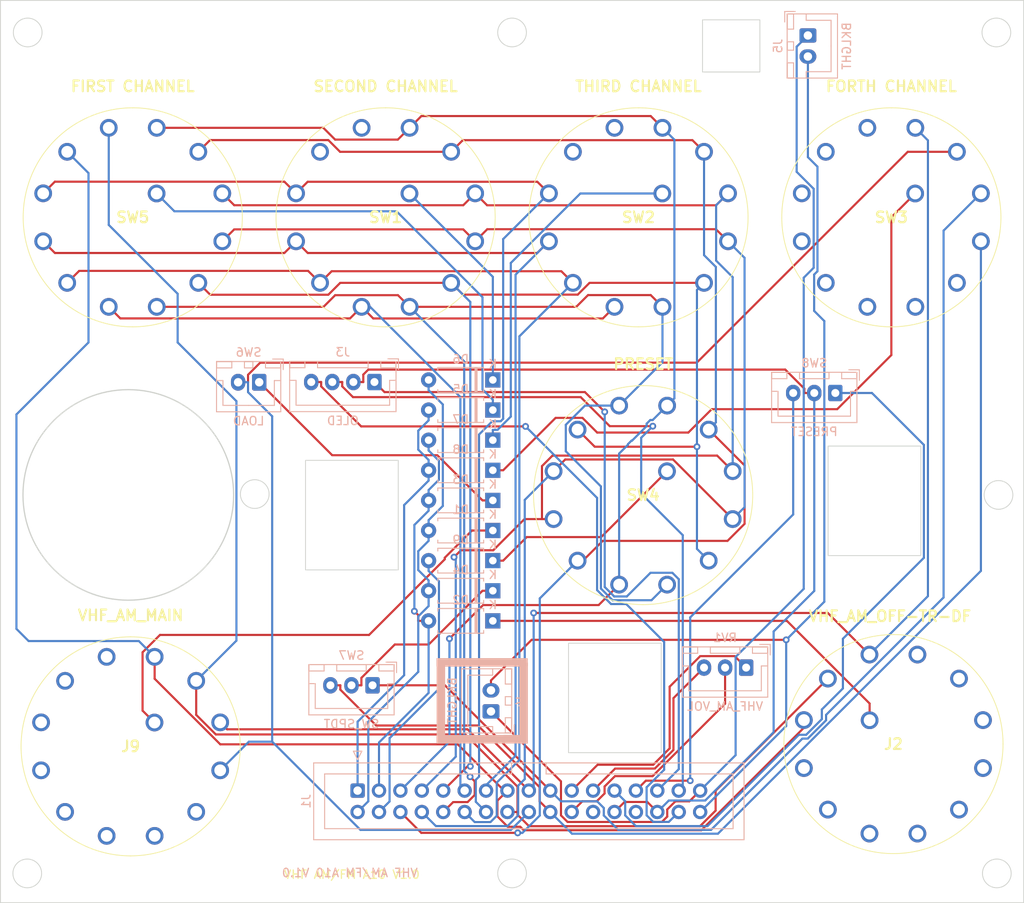
<source format=kicad_pcb>
(kicad_pcb (version 20240108) (generator "pcbnew") (generator_version "8.0")
  (layers (0 "F.Cu" signal) (31 "B.Cu" signal) (34 "B.Paste" user) (35 "F.Paste" user) (36 "B.SilkS" user "B.Silkscreen") (37 "F.SilkS" user "F.Silkscreen") (38 "B.Mask" user) (39 "F.Mask" user) (44 "Edge.Cuts" user))
  (net 0 "")
  (net 1 "Net-(D1-K)")
  (net 2 "COL0")
  (net 3 "Net-(D2-K)")
  (net 4 "Net-(D3-K)")
  (net 5 "Net-(D4-K)")
  (net 6 "COL1")
  (net 7 "Net-(D9-K)")
  (net 8 "VHF_AM_OLED_SC")
  (net 9 "VHF_AM_OLED_SD")
  (net 10 "+5V")
  (net 11 "COL2")
  (net 12 "GND")
  (net 13 "COL3")
  (net 14 "ROW0")
  (net 15 "ROW1")
  (net 16 "VHF_AM_PRESET_B")
  (net 17 "ROW15")
  (net 18 "ROW14")
  (net 19 "ROW5")
  (net 20 "Net-(D5-K)")
  (net 22 "ROW8")
  (net 23 "ROW2")
  (net 24 "Net-(D6-K)")
  (net 25 "ROW12")
  (net 26 "Net-(D7-K)")
  (net 27 "Net-(D8-K)")
  (net 28 "ROW9")
  (net 29 "VHF_AM_VOL")
  (net 31 "ROW4")
  (net 33 "ROW11")
  (net 34 "ANALOG_5V")
  (net 35 "ROW13")
  (net 39 "BACKLIGHT_-V")
  (net 40 "ROW6")
  (net 46 "ROW3")
  (net 49 "ROW10")
  (net 50 "ROW7")
  (net 51 "+12V")
  (net 54 "ANALOG_GND")
  (net 55 "VHF_AM_PRESET_A")
  (footprint "Footprint Library:ALPHA 12 POS" (layer "F.Cu") (at 170.503 134.503 90)
    (property "Reference" "J2")
    (property "Value" "VHF_AM_OFF-TR-DF")
  )
  (footprint "Footprint Library:ALPHA 12 POS" (layer "F.Cu") (at 132.475 58.5)
    (property "Reference" "SW2")
    (property "Value" "THIRD CHANNEL")
  )
  (footprint "Footprint Library:ALPHA 12 POS" (layer "F.Cu") (at 72.225 121.3)
    (property "Reference" "J9")
    (property "Value" "VHF_AM_MAIN")
  )
  (footprint "Footprint Library:ALPHA 12 POS" (layer "F.Cu") (at 72.475 58.5)
    (property "Reference" "SW5")
    (property "Value" "FIRST CHANNEL")
  )
  (footprint "Footprint Library:ALPHA 12 POS" (layer "F.Cu") (at 162.475 58.5)
    (property "Reference" "SW3")
    (property "Value" "FORTH CHANNEL")
  )
  (footprint "Footprint Library:ALPHA 12 POS" (layer "F.Cu") (at 102.475 58.5)
    (property "Reference" "SW1")
    (property "Value" "SECOND CHANNEL")
  )
  (footprint "Footprint Library:ALPHA 12 POS" (layer "F.Cu") (at 133.028 91.475)
    (property "Reference" "SW4")
    (property "Value" "PRESET")
  )
  (footprint "Diode_THT:D_A-405_P7.62mm_Horizontal" (layer "B.Cu") (at 125.82 80.65 180)
    (property "Reference" "D6")
    (property "Value" "D")
  )
  (footprint "Connector_JST:JST_XH_B2B-XH-A_1x02_P2.50mm_Vertical" (layer "B.Cu") (at 163.2 39.76 -90)
    (property "Reference" "J5")
    (property "Value" "BKLGHT")
  )
  (footprint "Connector_JST:JST_XH_B3B-XH-A_1x03_P2.50mm_Vertical" (layer "B.Cu") (at 155.875 114.8 180)
    (property "Reference" "RV1")
    (property "Value" "VHF_AM_VOL")
  )
  (footprint "Diode_THT:D_A-405_P7.62mm_Horizontal" (layer "B.Cu") (at 125.82 105.675 180)
    (property "Reference" "D4")
    (property "Value" "D")
  )
  (footprint "Diode_THT:D_A-405_P7.62mm_Horizontal" (layer "B.Cu") (at 125.82 87.8 180)
    (property "Reference" "D7")
    (property "Value" "D")
  )
  (footprint "Diode_THT:D_A-405_P7.62mm_Horizontal" (layer "B.Cu") (at 125.82 102.1 180)
    (property "Reference" "D9")
    (property "Value" "D")
  )
  (footprint "Connector_JST:JST_XH_B3B-XH-A_1x03_P2.50mm_Vertical" (layer "B.Cu") (at 166.455 82.2 180)
    (property "Reference" "SW8")
    (property "Value" "PRESET")
  )
  (footprint "Connector_JST:JST_XH_B4B-XH-A_1x04_P2.50mm_Vertical" (layer "B.Cu") (at 111.775 80.9 180)
    (property "Reference" "J3")
    (property "Value" "OLED")
  )
  (footprint "Diode_THT:D_A-405_P7.62mm_Horizontal" (layer "B.Cu") (at 125.82 109.25 180)
    (property "Reference" "D2")
    (property "Value" "D")
  )
  (footprint "Connector_JST:JST_XH_B2B-XH-A_1x02_P2.50mm_Vertical" (layer "B.Cu") (at 125.6 120 90)
    (property "Reference" "J4")
    (property "Value" "BKLGHT")
  )
  (footprint "Diode_THT:D_A-405_P7.62mm_Horizontal" (layer "B.Cu") (at 125.82 91.375 180)
    (property "Reference" "D8")
    (property "Value" "D")
  )
  (footprint "Diode_THT:D_A-405_P7.62mm_Horizontal" (layer "B.Cu") (at 125.82 98.525 180)
    (property "Reference" "D1")
    (property "Value" "D")
  )
  (footprint "Diode_THT:D_A-405_P7.62mm_Horizontal" (layer "B.Cu") (at 125.82 84.225 180)
    (property "Reference" "D5")
    (property "Value" "D")
  )
  (footprint "Diode_THT:D_A-405_P7.62mm_Horizontal" (layer "B.Cu") (at 125.82 94.95 180)
    (property "Reference" "D3")
    (property "Value" "D")
  )
  (footprint "Connector_JST:JST_XH_B3B-XH-A_1x03_P2.50mm_Vertical" (layer "B.Cu") (at 111.55 116.9 180)
    (property "Reference" "SW7")
    (property "Value" "SW_SPDT")
  )
  (footprint "Connector_IDC:IDC-Header_2x17_P2.54mm_Vertical" (layer "B.Cu") (at 109.775 129.4 -90)
    (property "Reference" "J1")
    (property "Value" "VHF_AM")
  )
  (footprint "Connector_JST:JST_XH_B2B-XH-A_1x02_P2.50mm_Vertical" (layer "B.Cu") (at 98.1 80.925 180)
    (property "Reference" "SW6")
    (property "Value" "LOAD")
  )
  (gr_rect (start 119.2073 113.75) (end 129.8927 114.61) (stroke (width 0.15)) (fill solid) (layer "B.SilkS"))
  (gr_rect (start 119.2146 122.87) (end 129.05 123.73) (stroke (width 0.15)) (fill solid) (layer "B.SilkS"))
  (gr_rect (start 119.226949 113.915) (end 120.086949 123.715) (stroke (width 0.15)) (fill solid) (layer "B.SilkS"))
  (gr_rect (start 129.045 114.27) (end 129.905 123.76) (stroke (width 0.15)) (fill solid) (layer "B.SilkS"))
  (gr_circle (center 185.563058 39.403884) (end 187.266942 39.403884) (stroke (width 0.1)) (fill none) (layer "Edge.Cuts"))
  (gr_circle (center 128.1 39.403884) (end 129.803884 39.403884) (stroke (width 0.1)) (fill none) (layer "Edge.Cuts"))
  (gr_circle (center 82.571399 94.3) (end 95.067798 94.3) (stroke (width 0.15)) (fill none) (layer "Edge.Cuts"))
  (gr_circle (center 185.615 139.23) (end 187.318884 139.23) (stroke (width 0.1)) (fill none) (layer "Edge.Cuts"))
  (gr_rect (start 67.4 35.6) (end 188.8 142.7) (stroke (width 0.1)) (fill none) (layer "Edge.Cuts"))
  (gr_rect (start 103.6 90.2) (end 114.6 103.2) (stroke (width 0.1)) (fill none) (layer "Edge.Cuts"))
  (gr_circle (center 97.575 94.2) (end 99.278884 94.2) (stroke (width 0.1)) (fill none) (layer "Edge.Cuts"))
  (gr_circle (center 70.636942 39.403884) (end 72.340826 39.403884) (stroke (width 0.1)) (fill none) (layer "Edge.Cuts"))
  (gr_rect (start 134.8 111.9) (end 145.8 124.9) (stroke (width 0.1)) (fill none) (layer "Edge.Cuts"))
  (gr_circle (center 70.585 139.23) (end 72.288884 139.23) (stroke (width 0.1)) (fill none) (layer "Edge.Cuts"))
  (gr_circle (center 185.813058 94.3) (end 187.516942 94.3) (stroke (width 0.1)) (fill none) (layer "Edge.Cuts"))
  (gr_rect (start 165.6 88.5) (end 176.6 101.5) (stroke (width 0.1)) (fill none) (layer "Edge.Cuts"))
  (gr_circle (center 128.1 139.23) (end 129.803884 139.23) (stroke (width 0.1)) (fill none) (layer "Edge.Cuts"))
  (gr_rect (start 150.7 37.9) (end 157.5 44.1) (stroke (width 0.1)) (fill none) (layer "Edge.Cuts"))
  (gr_text "VHF AM/FM A10 V1.0" (at 117 139.75 -0) (layer "B.SilkS") (effects (font (size 1 1)) (justify left bottom mirror)))
  (gr_text "VHF AM/FM A10 V1.0" (at 100.95 139.95 0) (layer "F.SilkS") (effects (font (size 1 1)) (justify left bottom)))
  (segment (start 84.264 119.905) (end 85.678 121.319) (width 0.25) (layer "F.Cu") (net 1))
  (segment (start 120.1178 101.7563) (end 120.1178 101.9392) (width 0.25) (layer "F.Cu") (net 1))
  (segment (start 86.3277 110.9214) (end 84.264 112.9851) (width 0.25) (layer "F.Cu") (net 1))
  (segment (start 120.1178 101.9392) (end 111.1356 110.9214) (width 0.25) (layer "F.Cu") (net 1))
  (segment (start 84.264 112.9851) (end 84.264 119.905) (width 0.25) (layer "F.Cu") (net 1))
  (segment (start 125.82 98.525) (end 123.3491 98.525) (width 0.25) (layer "F.Cu") (net 1))
  (segment (start 123.3491 98.525) (end 120.1178 101.7563) (width 0.25) (layer "F.Cu") (net 1))
  (segment (start 111.1356 110.9214) (end 86.3277 110.9214) (width 0.25) (layer "F.Cu") (net 1))
  (segment (start 109.775 121.2232) (end 115.2979 115.7003) (width 0.25) (layer "B.Cu") (net 2))
  (segment (start 118.2 91.375) (end 118.2 90.1483) (width 0.25) (layer "B.Cu") (net 2))
  (segment (start 115.2979 115.7003) (end 115.2979 95.5038) (width 0.25) (layer "B.Cu") (net 2))
  (segment (start 118.2 84.225) (end 118.2 85.4517) (width 0.25) (layer "B.Cu") (net 2))
  (segment (start 118.2 85.4517) (end 116.9733 86.6784) (width 0.25) (layer "B.Cu") (net 2))
  (segment (start 115.2979 95.5038) (end 118.2 92.6017) (width 0.25) (layer "B.Cu") (net 2))
  (segment (start 118.2 91.375) (end 118.2 92.6017) (width 0.25) (layer "B.Cu") (net 2))
  (segment (start 116.9733 86.6784) (end 116.9733 88.9216) (width 0.25) (layer "B.Cu") (net 2))
  (segment (start 109.775 129.4) (end 109.775 121.2232) (width 0.25) (layer "B.Cu") (net 2))
  (segment (start 116.9733 88.9216) (end 118.2 90.1483) (width 0.25) (layer "B.Cu") (net 2))
  (segment (start 125.82 109.25) (end 160.708 109.25) (width 0.25) (layer "F.Cu") (net 3))
  (segment (start 160.708 109.25) (end 170.522 119.064) (width 0.25) (layer "F.Cu") (net 3))
  (segment (start 170.522 119.064) (end 170.522 121.05) (width 0.25) (layer "F.Cu") (net 3))
  (segment (start 98.1 80.925) (end 106.7652 89.5902) (width 0.25) (layer "F.Cu") (net 4))
  (segment (start 125.82 94.95) (end 124.5933 94.95) (width 0.25) (layer "F.Cu") (net 4))
  (segment (start 106.7652 89.5902) (end 119.2335 89.5902) (width 0.25) (layer "F.Cu") (net 4))
  (segment (start 119.2335 89.5902) (end 124.5933 94.95) (width 0.25) (layer "F.Cu") (net 4))
  (segment (start 125.82 105.675) (end 124.5933 105.675) (width 0.25) (layer "F.Cu") (net 5))
  (segment (start 110.2267 116.0175) (end 110.2267 116.9) (width 0.25) (layer "F.Cu") (net 5))
  (segment (start 124.5933 105.675) (end 118.2111 112.0572) (width 0.25) (layer "F.Cu") (net 5))
  (segment (start 114.187 112.0572) (end 110.2267 116.0175) (width 0.25) (layer "F.Cu") (net 5))
  (segment (start 118.2111 112.0572) (end 114.187 112.0572) (width 0.25) (layer "F.Cu") (net 5))
  (segment (start 109.05 116.9) (end 110.2267 116.9) (width 0.25) (layer "F.Cu") (net 5))
  (segment (start 118.2 99.1383) (end 118.2 99.7517) (width 0.25) (layer "B.Cu") (net 6))
  (segment (start 116.9733 100.9784) (end 116.9733 103.2216) (width 0.25) (layer "B.Cu") (net 6))
  (segment (start 118.2 105.675) (end 118.2 104.4483) (width 0.25) (layer "B.Cu") (net 6))
  (segment (start 111.0455 130.6695) (end 111.0455 121.2282) (width 0.25) (layer "B.Cu") (net 6))
  (segment (start 118.2 107.4941) (end 118.2 106.9017) (width 0.25) (layer "B.Cu") (net 6))
  (segment (start 119.8851 83.5618) (end 119.8851 95.6132) (width 0.25) (layer "B.Cu") (net 6))
  (segment (start 119.8851 95.6132) (end 118.2 97.2983) (width 0.25) (layer "B.Cu") (net 6))
  (segment (start 118.2 105.675) (end 118.2 106.9017) (width 0.25) (layer "B.Cu") (net 6))
  (segment (start 116.9733 103.2216) (end 118.2 104.4483) (width 0.25) (layer "B.Cu") (net 6))
  (segment (start 116.9733 115.3004) (end 116.9733 108.7208) (width 0.25) (layer "B.Cu") (net 6))
  (segment (start 116.9733 108.7208) (end 118.2 107.4941) (width 0.25) (layer "B.Cu") (net 6))
  (segment (start 118.2 81.8767) (end 119.8851 83.5618) (width 0.25) (layer "B.Cu") (net 6))
  (segment (start 118.2 99.7517) (end 116.9733 100.9784) (width 0.25) (layer "B.Cu") (net 6))
  (segment (start 118.2 80.65) (end 118.2 81.8767) (width 0.25) (layer "B.Cu") (net 6))
  (segment (start 118.2 99.1383) (end 118.2 98.525) (width 0.25) (layer "B.Cu") (net 6))
  (segment (start 109.775 131.94) (end 111.0455 130.6695) (width 0.25) (layer "B.Cu") (net 6))
  (segment (start 118.2 98.525) (end 118.2 97.2983) (width 0.25) (layer "B.Cu") (net 6))
  (segment (start 111.0455 121.2282) (end 116.9733 115.3004) (width 0.25) (layer "B.Cu") (net 6))
  (segment (start 125.82 102.1) (end 127.0467 102.1) (width 0.25) (layer "F.Cu") (net 7))
  (segment (start 127.0467 102.1) (end 129.8417 99.305) (width 0.25) (layer "F.Cu") (net 7))
  (segment (start 129.8417 99.305) (end 138.67 99.305) (width 0.25) (layer "F.Cu") (net 7))
  (segment (start 138.67 99.305) (end 146.481 91.494) (width 0.25) (layer "F.Cu") (net 7))
  (segment (start 144.7962 86.1395) (end 139.6939 86.1395) (width 0.25) (layer "F.Cu") (net 8))
  (segment (start 107.9517 81.4148) (end 107.9517 80.9) (width 0.25) (layer "F.Cu") (net 8))
  (segment (start 106.775 80.9) (end 107.9517 80.9) (width 0.25) (layer "F.Cu") (net 8))
  (segment (start 139.6939 86.1395) (end 136.2486 82.6942) (width 0.25) (layer "F.Cu") (net 8))
  (segment (start 109.2311 82.6942) (end 107.9517 81.4148) (width 0.25) (layer "F.Cu") (net 8))
  (segment (start 136.2486 82.6942) (end 109.2311 82.6942) (width 0.25) (layer "F.Cu") (net 8))
  (via (at 144.7962 86.1395) (size 0.8) (drill 0.4) (layers "F.Cu" "B.Cu") (net 8))
  (segment (start 143.4231 87.5126) (end 144.7962 86.1395) (width 0.25) (layer "B.Cu") (net 8))
  (segment (start 148.3533 128.9217) (end 148.3533 99.0753) (width 0.25) (layer "B.Cu") (net 8))
  (segment (start 143.4231 94.1451) (end 143.4231 87.5126) (width 0.25) (layer "B.Cu") (net 8))
  (segment (start 147.875 129.4) (end 148.3533 128.9217) (width 0.25) (layer "B.Cu") (net 8))
  (segment (start 148.3533 99.0753) (end 143.4231 94.1451) (width 0.25) (layer "B.Cu") (net 8))
  (segment (start 105.4517 80.9) (end 105.4517 81.4148) (width 0.25) (layer "F.Cu") (net 9))
  (segment (start 104.275 80.9) (end 105.4517 80.9) (width 0.25) (layer "F.Cu") (net 9))
  (segment (start 105.4517 81.4148) (end 110.2049 86.168) (width 0.25) (layer "F.Cu") (net 9))
  (segment (start 110.2049 86.168) (end 129.7001 86.168) (width 0.25) (layer "F.Cu") (net 9))
  (via (at 129.7001 86.168) (size 0.8) (drill 0.4) (layers "F.Cu" "B.Cu") (net 9))
  (segment (start 144.065 129.0059) (end 146.1448 126.9261) (width 0.25) (layer "B.Cu") (net 9))
  (segment (start 141.6475 107.2553) (end 139.8449 107.2553) (width 0.25) (layer "B.Cu") (net 9))
  (segment (start 144.065 132.3342) (end 144.065 129.0059) (width 0.25) (layer "B.Cu") (net 9))
  (segment (start 138.1905 105.6009) (end 138.1905 94.6584) (width 0.25) (layer "B.Cu") (net 9))
  (segment (start 147.875 131.94) (end 146.6981 133.1169) (width 0.25) (layer "B.Cu") (net 9))
  (segment (start 139.8449 107.2553) (end 138.1905 105.6009) (width 0.25) (layer "B.Cu") (net 9))
  (segment (start 146.6981 133.1169) (end 144.8477 133.1169) (width 0.25) (layer "B.Cu") (net 9))
  (segment (start 144.8477 133.1169) (end 144.065 132.3342) (width 0.25) (layer "B.Cu") (net 9))
  (segment (start 138.1905 94.6584) (end 129.7001 86.168) (width 0.25) (layer "B.Cu") (net 9))
  (segment (start 146.1448 126.9261) (end 146.1448 111.7526) (width 0.25) (layer "B.Cu") (net 9))
  (segment (start 146.1448 111.7526) (end 141.6475 107.2553) (width 0.25) (layer "B.Cu") (net 9))
  (segment (start 136.747 82.0943) (end 139.0939 84.4412) (width 0.25) (layer "F.Cu") (net 10))
  (segment (start 111.775 80.9) (end 112.9693 82.0943) (width 0.25) (layer "F.Cu") (net 10))
  (segment (start 112.9693 82.0943) (end 136.747 82.0943) (width 0.25) (layer "F.Cu") (net 10))
  (via (at 139.0939 84.4412) (size 0.8) (drill 0.4) (layers "F.Cu" "B.Cu") (net 10))
  (segment (start 139.0939 105.2267) (end 139.0939 84.4412) (width 0.25) (layer "B.Cu") (net 10))
  (segment (start 147.8803 104.3025) (end 147.1204 103.5426) (width 0.25) (layer "B.Cu") (net 10))
  (segment (start 144.5245 103.5426) (end 141.7152 106.3519) (width 0.25) (layer "B.Cu") (net 10))
  (segment (start 147.8803 126.8547) (end 147.8803 104.3025) (width 0.25) (layer "B.Cu") (net 10))
  (segment (start 145.335 129.4) (end 147.8803 126.8547) (width 0.25) (layer "B.Cu") (net 10))
  (segment (start 140.2191 106.3519) (end 139.0939 105.2267) (width 0.25) (layer "B.Cu") (net 10))
  (segment (start 141.7152 106.3519) (end 140.2191 106.3519) (width 0.25) (layer "B.Cu") (net 10))
  (segment (start 147.1204 103.5426) (end 144.5245 103.5426) (width 0.25) (layer "B.Cu") (net 10))
  (segment (start 116.9733 109.25) (end 116.9733 108.5649) (width 0.25) (layer "F.Cu") (net 11))
  (segment (start 116.9733 108.5649) (end 116.5124 108.104) (width 0.25) (layer "F.Cu") (net 11))
  (segment (start 118.2 109.25) (end 116.9733 109.25) (width 0.25) (layer "F.Cu") (net 11))
  (via (at 116.5124 108.104) (size 0.8) (drill 0.4) (layers "F.Cu" "B.Cu") (net 11))
  (segment (start 118.2 94.3366) (end 118.2 93.7233) (width 0.25) (layer "B.Cu") (net 11))
  (segment (start 118.2 109.25) (end 118.2 117.8028) (width 0.25) (layer "B.Cu") (net 11))
  (segment (start 116.5124 97.8643) (end 116.5124 108.104) (width 0.25) (layer "B.Cu") (net 11))
  (segment (start 112.315 123.6878) (end 112.315 129.4) (width 0.25) (layer "B.Cu") (net 11))
  (segment (start 118.2 87.8) (end 118.2 89.0267) (width 0.25) (layer "B.Cu") (net 11))
  (segment (start 118.2 94.3366) (end 118.2 94.7903) (width 0.25) (layer "B.Cu") (net 11))
  (segment (start 118.2 96.1767) (end 116.5124 97.8643) (width 0.25) (layer "B.Cu") (net 11))
  (segment (start 118.2 93.7233) (end 119.4267 92.4966) (width 0.25) (layer "B.Cu") (net 11))
  (segment (start 119.4267 90.2534) (end 118.2 89.0267) (width 0.25) (layer "B.Cu") (net 11))
  (segment (start 118.2 94.95) (end 118.2 96.1767) (width 0.25) (layer "B.Cu") (net 11))
  (segment (start 119.4267 92.4966) (end 119.4267 90.2534) (width 0.25) (layer "B.Cu") (net 11))
  (segment (start 118.2 94.95) (end 118.2 94.7903) (width 0.25) (layer "B.Cu") (net 11))
  (segment (start 118.2 117.8028) (end 112.315 123.6878) (width 0.25) (layer "B.Cu") (net 11))
  (segment (start 163.955 82.2) (end 162.7783 82.2) (width 0.25) (layer "F.Cu") (net 12))
  (segment (start 110.4517 80.9) (end 110.4517 80.0175) (width 0.25) (layer "F.Cu") (net 12))
  (segment (start 109.275 80.9) (end 110.4517 80.9) (width 0.25) (layer "F.Cu") (net 12))
  (segment (start 111.0459 79.4233) (end 160.5164 79.4233) (width 0.25) (layer "F.Cu") (net 12))
  (segment (start 145.335 131.94) (end 144.1444 130.7494) (width 0.25) (layer "F.Cu") (net 12))
  (segment (start 162.7783 81.6852) (end 162.7783 82.2) (width 0.25) (layer "F.Cu") (net 12))
  (segment (start 160.5164 79.4233) (end 162.7783 81.6852) (width 0.25) (layer "F.Cu") (net 12))
  (segment (start 144.1444 130.7494) (end 141.4456 130.7494) (width 0.25) (layer "F.Cu") (net 12))
  (segment (start 110.4517 80.0175) (end 111.0459 79.4233) (width 0.25) (layer "F.Cu") (net 12))
  (segment (start 141.4456 130.7494) (end 140.255 131.94) (width 0.25) (layer "F.Cu") (net 12))
  (segment (start 163.955 82.2) (end 163.955 105.692) (width 0.25) (layer "B.Cu") (net 12))
  (segment (start 159.1343 122.4633) (end 151.0209 130.5767) (width 0.25) (layer "B.Cu") (net 12))
  (segment (start 159.1343 110.5127) (end 159.1343 122.4633) (width 0.25) (layer "B.Cu") (net 12))
  (segment (start 151.0209 130.5767) (end 146.6983 130.5767) (width 0.25) (layer "B.Cu") (net 12))
  (segment (start 146.6983 130.5767) (end 145.335 131.94) (width 0.25) (layer "B.Cu") (net 12))
  (segment (start 163.955 105.692) (end 159.1343 110.5127) (width 0.25) (layer "B.Cu") (net 12))
  (segment (start 113.5696 130.6854) (end 113.5696 123.1754) (width 0.25) (layer "B.Cu") (net 13))
  (segment (start 113.5696 123.1754) (end 119.4267 117.3183) (width 0.25) (layer "B.Cu") (net 13))
  (segment (start 112.315 131.94) (end 113.5696 130.6854) (width 0.25) (layer "B.Cu") (net 13))
  (segment (start 119.4267 117.3183) (end 119.4267 104.5534) (width 0.25) (layer "B.Cu") (net 13))
  (segment (start 118.2 102.1) (end 118.2 103.3267) (width 0.25) (layer "B.Cu") (net 13))
  (segment (start 119.4267 104.5534) (end 118.2 103.3267) (width 0.25) (layer "B.Cu") (net 13))
  (segment (start 107.111 52.1233) (end 114.5457 52.1233) (width 0.25) (layer "F.Cu") (net 14))
  (segment (start 85.947 50.722) (end 105.7097 50.722) (width 0.25) (layer "F.Cu") (net 14))
  (segment (start 117.3425 49.3265) (end 115.947 50.722) (width 0.25) (layer "F.Cu") (net 14))
  (segment (start 138.3745 107.3785) (end 124.6583 107.3785) (width 0.25) (layer "F.Cu") (net 14))
  (segment (start 114.5457 52.1233) (end 115.947 50.722) (width 0.25) (layer "F.Cu") (net 14))
  (segment (start 145.947 50.722) (end 144.5515 49.3265) (width 0.25) (layer "F.Cu") (net 14))
  (segment (start 105.7097 50.722) (end 107.111 52.1233) (width 0.25) (layer "F.Cu") (net 14))
  (segment (start 144.5515 49.3265) (end 117.3425 49.3265) (width 0.25) (layer "F.Cu") (net 14))
  (segment (start 140.806 104.947) (end 138.3745 107.3785) (width 0.25) (layer "F.Cu") (net 14))
  (segment (start 124.6583 107.3785) (end 120.6714 111.3654) (width 0.25) (layer "F.Cu") (net 14))
  (via (at 120.6714 111.3654) (size 0.8) (drill 0.4) (layers "F.Cu" "B.Cu") (net 14))
  (segment (start 144.7842 85.4128) (end 144.4953 85.4128) (width 0.25) (layer "B.Cu") (net 14))
  (segment (start 142.3477 87.8493) (end 142.2779 87.8493) (width 0.25) (layer "B.Cu") (net 14))
  (segment (start 144.0695 85.8386) (end 144.0695 86.1275) (width 0.25) (layer "B.Cu") (net 14))
  (segment (start 146.5 83.697) (end 144.7842 85.4128) (width 0.25) (layer "B.Cu") (net 14))
  (segment (start 120.6714 123.5836) (end 114.855 129.4) (width 0.25) (layer "B.Cu") (net 14))
  (segment (start 120.6714 111.3654) (end 120.6714 123.5836) (width 0.25) (layer "B.Cu") (net 14))
  (segment (start 142.2779 87.8493) (end 141.8521 88.2751) (width 0.25) (layer "B.Cu") (net 14))
  (segment (start 144.4953 85.4128) (end 144.0695 85.8386) (width 0.25) (layer "B.Cu") (net 14))
  (segment (start 141.8521 88.2751) (end 141.8521 88.3449) (width 0.25) (layer "B.Cu") (net 14))
  (segment (start 140.806 89.391) (end 140.806 104.947) (width 0.25) (layer "B.Cu") (net 14))
  (segment (start 144.0695 86.1275) (end 142.3477 87.8493) (width 0.25) (layer "B.Cu") (net 14))
  (segment (start 141.8521 88.3449) (end 140.806 89.391) (width 0.25) (layer "B.Cu") (net 14))
  (segment (start 147.3602 52.1352) (end 147.3602 82.8368) (width 0.25) (layer "B.Cu") (net 14))
  (segment (start 145.947 50.722) (end 147.3602 52.1352) (width 0.25) (layer "B.Cu") (net 14))
  (segment (start 147.3602 82.8368) (end 146.5 83.697) (width 0.25) (layer "B.Cu") (net 14))
  (segment (start 136.5138 102.1) (end 138.8586 99.7552) (width 0.25) (layer "F.Cu") (net 15))
  (segment (start 153.6622 99.7552) (end 155.6871 97.7303) (width 0.25) (layer "F.Cu") (net 15))
  (segment (start 149.4982 52.1892) (end 150.878 53.569) (width 0.25) (layer "F.Cu") (net 15))
  (segment (start 114.855 131.94) (end 117.3318 134.4168) (width 0.25) (layer "F.Cu") (net 15))
  (segment (start 138.8586 99.7552) (end 153.6622 99.7552) (width 0.25) (layer "F.Cu") (net 15))
  (segment (start 107.6927 53.569) (end 120.878 53.569) (width 0.25) (layer "F.Cu") (net 15))
  (segment (start 90.878 53.569) (end 92.2674 52.1796) (width 0.25) (layer "F.Cu") (net 15))
  (segment (start 155.6871 97.7303) (end 155.6871 90.8001) (width 0.25) (layer "F.Cu") (net 15))
  (segment (start 106.3033 52.1796) (end 107.6927 53.569) (width 0.25) (layer "F.Cu") (net 15))
  (segment (start 120.878 53.569) (end 122.2578 52.1892) (width 0.25) (layer "F.Cu") (net 15))
  (segment (start 155.6871 90.8001) (end 151.431 86.544) (width 0.25) (layer "F.Cu") (net 15))
  (segment (start 122.2578 52.1892) (end 149.4982 52.1892) (width 0.25) (layer "F.Cu") (net 15))
  (segment (start 117.3318 134.4168) (end 128.7708 134.4168) (width 0.25) (layer "F.Cu") (net 15))
  (segment (start 92.2674 52.1796) (end 106.3033 52.1796) (width 0.25) (layer "F.Cu") (net 15))
  (segment (start 135.875 102.1) (end 136.5138 102.1) (width 0.25) (layer "F.Cu") (net 15))
  (via (at 128.7708 134.4168) (size 0.8) (drill 0.4) (layers "F.Cu" "B.Cu") (net 15))
  (segment (start 151.431 86.544) (end 152.2801 85.6949) (width 0.25) (layer "B.Cu") (net 15))
  (segment (start 129.3299 134.4168) (end 131.39 132.3567) (width 0.25) (layer "B.Cu") (net 15))
  (segment (start 128.7708 134.4168) (end 129.3299 134.4168) (width 0.25) (layer "B.Cu") (net 15))
  (segment (start 131.39 106.585) (end 135.875 102.1) (width 0.25) (layer "B.Cu") (net 15))
  (segment (start 152.2801 85.6949) (end 152.2801 67.2359) (width 0.25) (layer "B.Cu") (net 15))
  (segment (start 150.878 65.8338) (end 150.878 53.569) (width 0.25) (layer "B.Cu") (net 15))
  (segment (start 152.2801 67.2359) (end 150.878 65.8338) (width 0.25) (layer "B.Cu") (net 15))
  (segment (start 131.39 132.3567) (end 131.39 106.585) (width 0.25) (layer "B.Cu") (net 15))
  (segment (start 143.9717 128.2233) (end 149.2391 128.2233) (width 0.25) (layer "F.Cu") (net 16))
  (segment (start 142.795 129.4) (end 143.9717 128.2233) (width 0.25) (layer "F.Cu") (net 16))
  (via (at 149.2391 128.2233) (size 0.8) (drill 0.4) (layers "F.Cu" "B.Cu") (net 16))
  (segment (start 161.455 96.6202) (end 149.2391 108.8361) (width 0.25) (layer "B.Cu") (net 16))
  (segment (start 161.455 82.2) (end 161.455 96.6202) (width 0.25) (layer "B.Cu") (net 16))
  (segment (start 149.2391 108.8361) (end 149.2391 128.2233) (width 0.25) (layer "B.Cu") (net 16))
  (segment (start 131.365 128.9889) (end 131.365 130.67) (width 0.25) (layer "F.Cu") (net 17))
  (segment (start 107.7267 116.9) (end 107.7267 117.4148) (width 0.25) (layer "F.Cu") (net 17))
  (segment (start 124.0472 121.6711) (end 131.365 128.9889) (width 0.25) (layer "F.Cu") (net 17))
  (segment (start 111.983 121.6711) (end 124.0472 121.6711) (width 0.25) (layer "F.Cu") (net 17))
  (segment (start 131.365 130.67) (end 132.635 131.94) (width 0.25) (layer "F.Cu") (net 17))
  (segment (start 106.55 116.9) (end 107.7267 116.9) (width 0.25) (layer "F.Cu") (net 17))
  (segment (start 107.7267 117.4148) (end 111.983 121.6711) (width 0.25) (layer "F.Cu") (net 17))
  (segment (start 135.2088 134.5138) (end 152.5316 134.5138) (width 0.25) (layer "B.Cu") (net 17))
  (segment (start 183.725 103.3204) (end 183.725 64.194) (width 0.25) (layer "B.Cu") (net 17))
  (segment (start 132.635 131.94) (end 135.2088 134.5138) (width 0.25) (layer "B.Cu") (net 17))
  (segment (start 152.5316 134.5138) (end 183.725 103.3204) (width 0.25) (layer "B.Cu") (net 17))
  (segment (start 120.135 116.9) (end 111.55 116.9) (width 0.25) (layer "F.Cu") (net 18))
  (segment (start 132.635 129.4) (end 120.135 116.9) (width 0.25) (layer "F.Cu") (net 18))
  (segment (start 151.7078 134.0621) (end 162.5444 123.2255) (width 0.25) (layer "B.Cu") (net 18))
  (segment (start 165.3572 120.4106) (end 179.2973 106.4705) (width 0.25) (layer "B.Cu") (net 18))
  (segment (start 179.2973 62.9277) (end 183.725 58.5) (width 0.25) (layer "B.Cu") (net 18))
  (segment (start 163.1811 123.2255) (end 165.3572 121.0494) (width 0.25) (layer "B.Cu") (net 18))
  (segment (start 165.3572 121.0494) (end 165.3572 120.4106) (width 0.25) (layer "B.Cu") (net 18))
  (segment (start 162.5444 123.2255) (end 163.1811 123.2255) (width 0.25) (layer "B.Cu") (net 18))
  (segment (start 140.6972 134.0621) (end 151.7078 134.0621) (width 0.25) (layer "B.Cu") (net 18))
  (segment (start 179.2973 106.4705) (end 179.2973 62.9277) (width 0.25) (layer "B.Cu") (net 18))
  (segment (start 132.635 129.4) (end 133.905 130.67) (width 0.25) (layer "B.Cu") (net 18))
  (segment (start 138.985 131.4583) (end 138.985 132.3499) (width 0.25) (layer "B.Cu") (net 18))
  (segment (start 138.1967 130.67) (end 138.985 131.4583) (width 0.25) (layer "B.Cu") (net 18))
  (segment (start 133.905 130.67) (end 138.1967 130.67) (width 0.25) (layer "B.Cu") (net 18))
  (segment (start 138.985 132.3499) (end 140.6972 134.0621) (width 0.25) (layer "B.Cu") (net 18))
  (segment (start 123.6683 128.3015) (end 123.1237 127.7569) (width 0.25) (layer "F.Cu") (net 19))
  (segment (start 115.947 71.972) (end 135.7181 71.972) (width 0.25) (layer "F.Cu") (net 19))
  (segment (start 122.8283 130.7633) (end 123.6683 129.9233) (width 0.25) (layer "F.Cu") (net 19))
  (segment (start 114.5672 70.5922) (end 115.947 71.972) (width 0.25) (layer "F.Cu") (net 19))
  (segment (start 137.111 70.5791) (end 144.5541 70.5791) (width 0.25) (layer "F.Cu") (net 19))
  (segment (start 85.947 71.972) (end 105.7312 71.972) (width 0.25) (layer "F.Cu") (net 19))
  (segment (start 105.7312 71.972) (end 107.111 70.5922) (width 0.25) (layer "F.Cu") (net 19))
  (segment (start 107.111 70.5922) (end 114.5672 70.5922) (width 0.25) (layer "F.Cu") (net 19))
  (segment (start 123.6683 129.9233) (end 123.6683 128.3015) (width 0.25) (layer "F.Cu") (net 19))
  (segment (start 121.1117 130.7633) (end 122.8283 130.7633) (width 0.25) (layer "F.Cu") (net 19))
  (segment (start 144.5541 70.5791) (end 145.947 71.972) (width 0.25) (layer "F.Cu") (net 19))
  (segment (start 135.7181 71.972) (end 137.111 70.5791) (width 0.25) (layer "F.Cu") (net 19))
  (segment (start 119.935 131.94) (end 121.1117 130.7633) (width 0.25) (layer "F.Cu") (net 19))
  (via (at 123.1237 127.7569) (size 0.8) (drill 0.4) (layers "F.Cu" "B.Cu") (net 19))
  (segment (start 134.4774 85.9755) (end 134.4774 89.1229) (width 0.25) (layer "B.Cu") (net 19))
  (segment (start 134.4774 89.1229) (end 138.6422 93.2877) (width 0.25) (layer "B.Cu") (net 19))
  (segment (start 138.6422 105.4138) (end 140.032 106.8036) (width 0.25) (layer "B.Cu") (net 19))
  (segment (start 140.032 106.8036) (end 144.6434 106.8036) (width 0.25) (layer "B.Cu") (net 19))
  (segment (start 136.7559 83.697) (end 134.4774 85.9755) (width 0.25) (layer "B.Cu") (net 19))
  (segment (start 144.6434 106.8036) (end 146.5 104.947) (width 0.25) (layer "B.Cu") (net 19))
  (segment (start 138.6422 93.2877) (end 138.6422 105.4138) (width 0.25) (layer "B.Cu") (net 19))
  (segment (start 123.1237 127.7569) (end 122.423 127.0562) (width 0.25) (layer "B.Cu") (net 19))
  (segment (start 122.423 127.0562) (end 122.423 78.448) (width 0.25) (layer "B.Cu") (net 19))
  (segment (start 140.806 83.697) (end 136.7559 83.697) (width 0.25) (layer "B.Cu") (net 19))
  (segment (start 145.947 78.556) (end 140.806 83.697) (width 0.25) (layer "B.Cu") (net 19))
  (segment (start 145.947 71.972) (end 145.947 78.556) (width 0.25) (layer "B.Cu") (net 19))
  (segment (start 122.423 78.448) (end 115.947 71.972) (width 0.25) (layer "B.Cu") (net 19))
  (segment (start 124.5933 70.8298) (end 114.3953 60.6318) (width 0.25) (layer "B.Cu") (net 20))
  (segment (start 125.82 84.225) (end 125.82 82.9983) (width 0.25) (layer "B.Cu") (net 20))
  (segment (start 124.5933 81.7716) (end 124.5933 70.8298) (width 0.25) (layer "B.Cu") (net 20))
  (segment (start 125.82 82.9983) (end 124.5933 81.7716) (width 0.25) (layer "B.Cu") (net 20))
  (segment (start 88.0408 60.6318) (end 85.928 58.519) (width 0.25) (layer "B.Cu") (net 20))
  (segment (start 114.3953 60.6318) (end 88.0408 60.6318) (width 0.25) (layer "B.Cu") (net 20))
  (segment (start 103.863 65.582) (end 131.087 65.582) (width 0.25) (layer "F.Cu") (net 22))
  (segment (start 72.475 64.194) (end 73.863 65.582) (width 0.25) (layer "F.Cu") (net 22))
  (segment (start 102.475 64.194) (end 103.863 65.582) (width 0.25) (layer "F.Cu") (net 22))
  (segment (start 73.863 65.582) (end 101.087 65.582) (width 0.25) (layer "F.Cu") (net 22))
  (segment (start 101.087 65.582) (end 102.475 64.194) (width 0.25) (layer "F.Cu") (net 22))
  (segment (start 131.087 65.582) (end 132.475 64.194) (width 0.25) (layer "F.Cu") (net 22))
  (segment (start 128.517 125.2592) (end 125.015 128.7612) (width 0.25) (layer "B.Cu") (net 22))
  (segment (start 128.517 68.152) (end 128.517 125.2592) (width 0.25) (layer "B.Cu") (net 22))
  (segment (start 132.475 64.194) (end 128.517 68.152) (width 0.25) (layer "B.Cu") (net 22))
  (segment (start 125.015 128.7612) (end 125.015 129.4) (width 0.25) (layer "B.Cu") (net 22))
  (segment (start 123.725 58.5) (end 125.1465 59.9215) (width 0.25) (layer "F.Cu") (net 23))
  (segment (start 152.3035 59.9215) (end 153.725 58.5) (width 0.25) (layer "F.Cu") (net 23))
  (segment (start 125.8693 100.8733) (end 129.5736 97.169) (width 0.25) (layer "F.Cu") (net 23))
  (segment (start 121.2156 101.6861) (end 122.0284 100.8733) (width 0.25) (layer "F.Cu") (net 23))
  (segment (start 129.5736 97.169) (end 131.6503 97.169) (width 0.25) (layer "F.Cu") (net 23))
  (segment (start 152.4357 89.6327) (end 154.278 91.475) (width 0.25) (layer "F.Cu") (net 23))
  (segment (start 132.8964 89.6327) (end 152.4357 89.6327) (width 0.25) (layer "F.Cu") (net 23))
  (segment (start 131.6503 97.169) (end 131.6503 90.8788) (width 0.25) (layer "F.Cu") (net 23))
  (segment (start 125.1465 59.9215) (end 152.3035 59.9215) (width 0.25) (layer "F.Cu") (net 23))
  (segment (start 95.1381 59.9131) (end 93.725 58.5) (width 0.25) (layer "F.Cu") (net 23))
  (segment (start 122.3119 59.9131) (end 95.1381 59.9131) (width 0.25) (layer "F.Cu") (net 23))
  (segment (start 123.725 58.5) (end 122.3119 59.9131) (width 0.25) (layer "F.Cu") (net 23))
  (segment (start 131.6503 97.169) (end 133.028 97.169) (width 0.25) (layer "F.Cu") (net 23))
  (segment (start 122.0284 100.8733) (end 125.8693 100.8733) (width 0.25) (layer "F.Cu") (net 23))
  (segment (start 131.6503 90.8788) (end 132.8964 89.6327) (width 0.25) (layer "F.Cu") (net 23))
  (via (at 121.2156 101.6861) (size 0.8) (drill 0.4) (layers "F.Cu" "B.Cu") (net 23))
  (segment (start 121.4212 101.8917) (end 121.2156 101.6861) (width 0.25) (layer "B.Cu") (net 23))
  (segment (start 152.3122 59.9128) (end 153.725 58.5) (width 0.25) (layer "B.Cu") (net 23))
  (segment (start 152.3122 66.4876) (end 152.3122 59.9128) (width 0.25) (layer "B.Cu") (net 23))
  (segment (start 154.278 91.475) (end 154.278 68.4534) (width 0.25) (layer "B.Cu") (net 23))
  (segment (start 154.278 68.4534) (end 152.3122 66.4876) (width 0.25) (layer "B.Cu") (net 23))
  (segment (start 117.395 129.4) (end 121.4212 125.3738) (width 0.25) (layer "B.Cu") (net 23))
  (segment (start 121.4212 125.3738) (end 121.4212 101.8917) (width 0.25) (layer "B.Cu") (net 23))
  (segment (start 125.82 68.411) (end 115.928 58.519) (width 0.25) (layer "B.Cu") (net 24))
  (segment (start 125.82 80.65) (end 125.82 68.411) (width 0.25) (layer "B.Cu") (net 24))
  (segment (start 94.2978 122.1228) (end 122.8178 122.1228) (width 0.25) (layer "F.Cu") (net 25))
  (segment (start 122.8178 122.1228) (end 130.095 129.4) (width 0.25) (layer "F.Cu") (net 25))
  (segment (start 165.5642 108.3142) (end 170.503 113.253) (width 0.25) (layer "F.Cu") (net 25))
  (segment (start 93.475 121.3) (end 94.2978 122.1228) (width 0.25) (layer "F.Cu") (net 25))
  (segment (start 130.6633 108.3142) (end 165.5642 108.3142) (width 0.25) (layer "F.Cu") (net 25))
  (via (at 130.6633 108.3142) (size 0.8) (drill 0.4) (layers "F.Cu" "B.Cu") (net 25))
  (segment (start 177.4402 52.2152) (end 175.947 50.722) (width 0.25) (layer "B.Cu") (net 25))
  (segment (start 170.503 113.253) (end 177.4402 106.3158) (width 0.25) (layer "B.Cu") (net 25))
  (segment (start 130.095 129.4) (end 130.6633 128.8317) (width 0.25) (layer "B.Cu") (net 25))
  (segment (start 177.4402 106.3158) (end 177.4402 52.2152) (width 0.25) (layer "B.Cu") (net 25))
  (segment (start 130.6633 128.8317) (end 130.6633 108.3142) (width 0.25) (layer "B.Cu") (net 25))
  (segment (start 127.9501 66.7708) (end 136.2019 58.519) (width 0.25) (layer "B.Cu") (net 26))
  (segment (start 125.82 87.8) (end 125.82 86.5733) (width 0.25) (layer "B.Cu") (net 26))
  (segment (start 126.3789 86.5733) (end 127.9501 85.0021) (width 0.25) (layer "B.Cu") (net 26))
  (segment (start 136.2019 58.519) (end 145.928 58.519) (width 0.25) (layer "B.Cu") (net 26))
  (segment (start 125.82 86.5733) (end 126.3789 86.5733) (width 0.25) (layer "B.Cu") (net 26))
  (segment (start 127.9501 85.0021) (end 127.9501 66.7708) (width 0.25) (layer "B.Cu") (net 26))
  (segment (start 149.0149 86.8971) (end 151.7882 84.1238) (width 0.25) (layer "F.Cu") (net 27))
  (segment (start 127.0467 91.375) (end 133.2697 85.152) (width 0.25) (layer "F.Cu") (net 27))
  (segment (start 173.1 61.347) (end 175.928 58.519) (width 0.25) (layer "F.Cu") (net 27))
  (segment (start 133.2697 85.152) (end 136.4559 85.152) (width 0.25) (layer "F.Cu") (net 27))
  (segment (start 151.7882 84.1238) (end 166.6746 84.1238) (width 0.25) (layer "F.Cu") (net 27))
  (segment (start 173.1 77.6984) (end 173.1 61.347) (width 0.25) (layer "F.Cu") (net 27))
  (segment (start 125.82 91.375) (end 127.0467 91.375) (width 0.25) (layer "F.Cu") (net 27))
  (segment (start 138.201 86.8971) (end 149.0149 86.8971) (width 0.25) (layer "F.Cu") (net 27))
  (segment (start 136.4559 85.152) (end 138.201 86.8971) (width 0.25) (layer "F.Cu") (net 27))
  (segment (start 166.6746 84.1238) (end 173.1 77.6984) (width 0.25) (layer "F.Cu") (net 27))
  (segment (start 101.0906 57.1156) (end 102.475 58.5) (width 0.25) (layer "F.Cu") (net 28))
  (segment (start 73.8594 57.1156) (end 101.0906 57.1156) (width 0.25) (layer "F.Cu") (net 28))
  (segment (start 103.8517 57.1233) (end 102.475 58.5) (width 0.25) (layer "F.Cu") (net 28))
  (segment (start 72.475 58.5) (end 73.8594 57.1156) (width 0.25) (layer "F.Cu") (net 28))
  (segment (start 131.0983 57.1233) (end 103.8517 57.1233) (width 0.25) (layer "F.Cu") (net 28))
  (segment (start 132.475 58.5) (end 131.0983 57.1233) (width 0.25) (layer "F.Cu") (net 28))
  (segment (start 125.7541 85.5594) (end 126.7477 85.5594) (width 0.25) (layer "B.Cu") (net 28))
  (segment (start 127.0467 85.2604) (end 127.0467 63.9283) (width 0.25) (layer "B.Cu") (net 28))
  (segment (start 124.1851 87.1284) (end 125.7541 85.5594) (width 0.25) (layer "B.Cu") (net 28))
  (segment (start 125.015 131.94) (end 123.8013 130.7263) (width 0.25) (layer "B.Cu") (net 28))
  (segment (start 126.7477 85.5594) (end 127.0467 85.2604) (width 0.25) (layer "B.Cu") (net 28))
  (segment (start 124.1851 127.7372) (end 124.1851 87.1284) (width 0.25) (layer "B.Cu") (net 28))
  (segment (start 127.0467 63.9283) (end 132.475 58.5) (width 0.25) (layer "B.Cu") (net 28))
  (segment (start 123.8013 130.7263) (end 123.8013 128.121) (width 0.25) (layer "B.Cu") (net 28))
  (segment (start 123.8013 128.121) (end 124.1851 127.7372) (width 0.25) (layer "B.Cu") (net 28))
  (segment (start 140.3055 127.6848) (end 139.0783 128.912) (width 0.25) (layer "F.Cu") (net 29))
  (segment (start 153.375 119.0836) (end 144.7738 127.6848) (width 0.25) (layer "F.Cu") (net 29))
  (segment (start 136.445 130.67) (end 135.175 131.94) (width 0.25) (layer "F.Cu") (net 29))
  (segment (start 144.7738 127.6848) (end 140.3055 127.6848) (width 0.25) (layer "F.Cu") (net 29))
  (segment (start 153.375 114.8) (end 153.375 119.0836) (width 0.25) (layer "F.Cu") (net 29))
  (segment (start 139.0783 128.912) (end 139.0783 129.7376) (width 0.25) (layer "F.Cu") (net 29))
  (segment (start 139.0783 129.7376) (end 138.1459 130.67) (width 0.25) (layer "F.Cu") (net 29))
  (segment (start 138.1459 130.67) (end 136.445 130.67) (width 0.25) (layer "F.Cu") (net 29))
  (segment (start 122.819 126.516) (end 123.1497 126.516) (width 0.25) (layer "F.Cu") (net 31))
  (segment (start 137.293 69.125) (end 150.878 69.125) (width 0.25) (layer "F.Cu") (net 31))
  (segment (start 135.8952 70.5228) (end 137.293 69.125) (width 0.25) (layer "F.Cu") (net 31))
  (segment (start 92.2889 70.5359) (end 106.3033 70.5359) (width 0.25) (layer "F.Cu") (net 31))
  (segment (start 106.3033 70.5359) (end 107.7142 69.125) (width 0.25) (layer "F.Cu") (net 31))
  (segment (start 107.7142 69.125) (end 120.878 69.125) (width 0.25) (layer "F.Cu") (net 31))
  (segment (start 120.878 69.125) (end 122.2758 70.5228) (width 0.25) (layer "F.Cu") (net 31))
  (segment (start 135.875 86.544) (end 137.907 88.576) (width 0.25) (layer "F.Cu") (net 31))
  (segment (start 119.935 129.4) (end 122.819 126.516) (width 0.25) (layer "F.Cu") (net 31))
  (segment (start 122.2758 70.5228) (end 135.8952 70.5228) (width 0.25) (layer "F.Cu") (net 31))
  (segment (start 90.878 69.125) (end 92.2889 70.5359) (width 0.25) (layer "F.Cu") (net 31))
  (segment (start 137.907 88.576) (end 150.0369 88.576) (width 0.25) (layer "F.Cu") (net 31))
  (via (at 150.0369 88.576) (size 0.8) (drill 0.4) (layers "F.Cu" "B.Cu") (net 31))
  (via (at 123.1497 126.516) (size 0.8) (drill 0.4) (layers "F.Cu" "B.Cu") (net 31))
  (segment (start 123.1497 126.516) (end 123.1497 71.3967) (width 0.25) (layer "B.Cu") (net 31))
  (segment (start 150.0369 100.7059) (end 150.0369 88.576) (width 0.25) (layer "B.Cu") (net 31))
  (segment (start 150.0369 69.9661) (end 150.878 69.125) (width 0.25) (layer "B.Cu") (net 31))
  (segment (start 151.431 102.1) (end 150.0369 100.7059) (width 0.25) (layer "B.Cu") (net 31))
  (segment (start 123.1497 71.3967) (end 120.878 69.125) (width 0.25) (layer "B.Cu") (net 31))
  (segment (start 150.0369 88.576) (end 150.0369 69.9661) (width 0.25) (layer "B.Cu") (net 31))
  (segment (start 152.2529 129.4191) (end 165.572 116.1) (width 0.25) (layer "F.Cu") (net 33))
  (segment (start 92.9527 122.7345) (end 90.628 120.4098) (width 0.25) (layer "F.Cu") (net 33))
  (segment (start 127.555 131.94) (end 128.7456 131.94) (width 0.25) (layer "F.Cu") (net 33))
  (segment (start 128.7456 128.9264) (end 122.5537 122.7345) (width 0.25) (layer "F.Cu") (net 33))
  (segment (start 128.7456 132.2575) (end 130.1108 133.6227) (width 0.25) (layer "F.Cu") (net 33))
  (segment (start 152.2529 131.77) (end 152.2529 129.4191) (width 0.25) (layer "F.Cu") (net 33))
  (segment (start 122.5537 122.7345) (end 92.9527 122.7345) (width 0.25) (layer "F.Cu") (net 33))
  (segment (start 150.4002 133.6227) (end 152.2529 131.77) (width 0.25) (layer "F.Cu") (net 33))
  (segment (start 128.7456 131.94) (end 128.7456 128.9264) (width 0.25) (layer "F.Cu") (net 33))
  (segment (start 128.7456 131.94) (end 128.7456 132.2575) (width 0.25) (layer "F.Cu") (net 33))
  (segment (start 130.1108 133.6227) (end 150.4002 133.6227) (width 0.25) (layer "F.Cu") (net 33))
  (segment (start 90.628 120.4098) (end 90.628 116.369) (width 0.25) (layer "F.Cu") (net 33))
  (segment (start 88.4263 70.4225) (end 80.253 62.2492) (width 0.25) (layer "B.Cu") (net 33))
  (segment (start 90.628 116.369) (end 95.4003 111.5967) (width 0.25) (layer "B.Cu") (net 33))
  (segment (start 80.253 62.2492) (end 80.253 50.722) (width 0.25) (layer "B.Cu") (net 33))
  (segment (start 88.4263 76.2014) (end 88.4263 70.4225) (width 0.25) (layer "B.Cu") (net 33))
  (segment (start 95.4003 111.5967) (end 95.4003 83.1754) (width 0.25) (layer "B.Cu") (net 33))
  (segment (start 95.4003 83.1754) (end 88.4263 76.2014) (width 0.25) (layer "B.Cu") (net 33))
  (segment (start 155.875 114.8) (end 154.5128 113.4378) (width 0.25) (layer "F.Cu") (net 34))
  (segment (start 146.7978 124.3832) (end 144.8513 126.3297) (width 0.25) (layer "F.Cu") (net 34))
  (segment (start 154.5128 113.4378) (end 150.4219 113.4378) (width 0.25) (layer "F.Cu") (net 34))
  (segment (start 144.8513 126.3297) (end 138.2453 126.3297) (width 0.25) (layer "F.Cu") (net 34))
  (segment (start 150.4219 113.4378) (end 146.7978 117.0619) (width 0.25) (layer "F.Cu") (net 34))
  (segment (start 146.7978 117.0619) (end 146.7978 124.3832) (width 0.25) (layer "F.Cu") (net 34))
  (segment (start 138.2453 126.3297) (end 135.175 129.4) (width 0.25) (layer "F.Cu") (net 34))
  (segment (start 96.7767 80.0425) (end 96.7767 80.925) (width 0.25) (layer "F.Cu") (net 35))
  (segment (start 150.0176 78.5985) (end 98.2207 78.5985) (width 0.25) (layer "F.Cu") (net 35))
  (segment (start 175.0471 53.569) (end 150.0176 78.5985) (width 0.25) (layer "F.Cu") (net 35))
  (segment (start 98.2207 78.5985) (end 96.7767 80.0425) (width 0.25) (layer "F.Cu") (net 35))
  (segment (start 95.6 80.925) (end 96.7767 80.925) (width 0.25) (layer "F.Cu") (net 35))
  (segment (start 180.878 53.569) (end 175.0471 53.569) (width 0.25) (layer "F.Cu") (net 35))
  (segment (start 110.1153 134.0632) (end 127.9718 134.0632) (width 0.25) (layer "B.Cu") (net 35))
  (segment (start 95.6 80.925) (end 96.7767 80.925) (width 0.25) (layer "B.Cu") (net 35))
  (segment (start 99.6423 123.5902) (end 110.1153 134.0632) (width 0.25) (layer "B.Cu") (net 35))
  (segment (start 96.8788 123.5902) (end 99.6423 123.5902) (width 0.25) (layer "B.Cu") (net 35))
  (segment (start 99.6423 84.9673) (end 96.7767 82.1017) (width 0.25) (layer "B.Cu") (net 35))
  (segment (start 93.475 126.994) (end 96.8788 123.5902) (width 0.25) (layer "B.Cu") (net 35))
  (segment (start 127.9718 134.0632) (end 130.095 131.94) (width 0.25) (layer "B.Cu") (net 35))
  (segment (start 96.7767 82.1017) (end 96.7767 80.925) (width 0.25) (layer "B.Cu") (net 35))
  (segment (start 99.6423 123.5902) (end 99.6423 84.9673) (width 0.25) (layer "B.Cu") (net 35))
  (segment (start 125.6 117.5) (end 125.6 116.3233) (width 0.25) (layer "F.Cu") (net 39))
  (segment (start 130.421 111.5023) (end 125.6 116.3233) (width 0.25) (layer "F.Cu") (net 39))
  (segment (start 160.624 111.5023) (end 130.421 111.5023) (width 0.25) (layer "F.Cu") (net 39))
  (via (at 160.624 111.5023) (size 0.8) (drill 0.4) (layers "F.Cu" "B.Cu") (net 39))
  (segment (start 165.148 106.9783) (end 160.624 111.5023) (width 0.25) (layer "B.Cu") (net 39))
  (segment (start 163.2 54.2006) (end 164.3355 55.3361) (width 0.25) (layer "B.Cu") (net 39))
  (segment (start 163.9416 72.4568) (end 165.148 73.6632) (width 0.25) (layer "B.Cu") (net 39))
  (segment (start 164.3355 67.7498) (end 163.9416 68.1437) (width 0.25) (layer "B.Cu") (net 39))
  (segment (start 160.624 111.5023) (end 160.624 121.731) (width 0.25) (layer "B.Cu") (net 39))
  (segment (start 163.9416 68.1437) (end 163.9416 72.4568) (width 0.25) (layer "B.Cu") (net 39))
  (segment (start 165.148 73.6632) (end 165.148 106.9783) (width 0.25) (layer "B.Cu") (net 39))
  (segment (start 163.2 42.26) (end 163.2 54.2006) (width 0.25) (layer "B.Cu") (net 39))
  (segment (start 164.3355 55.3361) (end 164.3355 67.7498) (width 0.25) (layer "B.Cu") (net 39))
  (segment (start 160.624 121.731) (end 150.415 131.94) (width 0.25) (layer "B.Cu") (net 39))
  (segment (start 140.253 71.972) (end 138.8707 73.3543) (width 0.25) (layer "F.Cu") (net 40))
  (segment (start 138.8707 73.3543) (end 111.6353 73.3543) (width 0.25) (layer "F.Cu") (net 40))
  (segment (start 81.6297 73.3487) (end 108.8763 73.3487) (width 0.25) (layer "F.Cu") (net 40))
  (segment (start 111.6353 73.3543) (end 110.253 71.972) (width 0.25) (layer "F.Cu") (net 40))
  (segment (start 80.253 71.972) (end 81.6297 73.3487) (width 0.25) (layer "F.Cu") (net 40))
  (segment (start 108.8763 73.3487) (end 110.253 71.972) (width 0.25) (layer "F.Cu") (net 40))
  (segment (start 121.9713 128.8963) (end 121.9713 82.6864) (width 0.25) (layer "B.Cu") (net 40))
  (segment (start 121.9713 82.6864) (end 111.2569 71.972) (width 0.25) (layer "B.Cu") (net 40))
  (segment (start 122.475 129.4) (end 121.9713 128.8963) (width 0.25) (layer "B.Cu") (net 40))
  (segment (start 111.2569 71.972) (end 110.253 71.972) (width 0.25) (layer "B.Cu") (net 40))
  (segment (start 123.725 64.194) (end 122.312 62.781) (width 0.25) (layer "F.Cu") (net 46))
  (segment (start 95.138 62.781) (end 93.725 64.194) (width 0.25) (layer "F.Cu") (net 46))
  (segment (start 122.312 62.781) (end 95.138 62.781) (width 0.25) (layer "F.Cu") (net 46))
  (segment (start 133.028 91.475) (end 134.4089 90.0941) (width 0.25) (layer "F.Cu") (net 46))
  (segment (start 153.725 64.194) (end 152.2929 62.7619) (width 0.25) (layer "F.Cu") (net 46))
  (segment (start 134.4089 90.0941) (end 147.2031 90.0941) (width 0.25) (layer "F.Cu") (net 46))
  (segment (start 125.1571 62.7619) (end 123.725 64.194) (width 0.25) (layer "F.Cu") (net 46))
  (segment (start 147.2031 90.0941) (end 154.278 97.169) (width 0.25) (layer "F.Cu") (net 46))
  (segment (start 152.2929 62.7619) (end 125.1571 62.7619) (width 0.25) (layer "F.Cu") (net 46))
  (segment (start 117.395 131.94) (end 119.0649 133.6099) (width 0.25) (layer "B.Cu") (net 46))
  (segment (start 128.825 132.3474) (end 128.825 128.8187) (width 0.25) (layer "B.Cu") (net 46))
  (segment (start 128.825 128.8187) (end 129.6069 128.0368) (width 0.25) (layer "B.Cu") (net 46))
  (segment (start 155.6856 66.1546) (end 153.725 64.194) (width 0.25) (layer "B.Cu") (net 46))
  (segment (start 154.278 97.169) (end 155.6856 95.7614) (width 0.25) (layer "B.Cu") (net 46))
  (segment (start 129.6069 128.0368) (end 129.6069 94.8961) (width 0.25) (layer "B.Cu") (net 46))
  (segment (start 119.0649 133.6099) (end 127.5625 133.6099) (width 0.25) (layer "B.Cu") (net 46))
  (segment (start 155.6856 95.7614) (end 155.6856 66.1546) (width 0.25) (layer "B.Cu") (net 46))
  (segment (start 127.5625 133.6099) (end 128.825 132.3474) (width 0.25) (layer "B.Cu") (net 46))
  (segment (start 129.6069 94.8961) (end 133.028 91.475) (width 0.25) (layer "B.Cu") (net 46))
  (segment (start 150.5533 134.1085) (end 129.4928 134.1085) (width 0.25) (layer "F.Cu") (net 49))
  (segment (start 126.3645 132.4673) (end 126.3645 130.5905) (width 0.25) (layer "F.Cu") (net 49))
  (segment (start 129.4928 134.1085) (end 129.0744 133.6901) (width 0.25) (layer "F.Cu") (net 49))
  (segment (start 127.3519 129.6031) (end 121.6571 123.9083) (width 0.25) (layer "F.Cu") (net 49))
  (segment (start 127.3519 129.6031) (end 127.555 129.4) (width 0.25) (layer "F.Cu") (net 49))
  (segment (start 162.725 121.031) (end 162.725 121.9368) (width 0.25) (layer "F.Cu") (net 49))
  (segment (start 127.5873 133.6901) (end 126.3645 132.4673) (width 0.25) (layer "F.Cu") (net 49))
  (segment (start 162.725 121.9368) (end 150.5533 134.1085) (width 0.25) (layer "F.Cu") (net 49))
  (segment (start 129.0744 133.6901) (end 127.5873 133.6901) (width 0.25) (layer "F.Cu") (net 49))
  (segment (start 121.6571 123.9083) (end 93.486 123.9083) (width 0.25) (layer "F.Cu") (net 49))
  (segment (start 93.486 123.9083) (end 85.697 116.1193) (width 0.25) (layer "F.Cu") (net 49))
  (segment (start 126.3645 130.5905) (end 127.3519 129.6031) (width 0.25) (layer "F.Cu") (net 49))
  (segment (start 85.697 116.1193) (end 85.697 113.522) (width 0.25) (layer "F.Cu") (net 49))
  (segment (start 69.3 110.2) (end 70.75 111.65) (width 0.25) (layer "B.Cu") (net 49))
  (segment (start 77.85 56.097) (end 77.85 76.2) (width 0.25) (layer "B.Cu") (net 49))
  (segment (start 77.85 76.2) (end 69.3 84.75) (width 0.25) (layer "B.Cu") (net 49))
  (segment (start 83.825 111.65) (end 85.697 113.522) (width 0.25) (layer "B.Cu") (net 49))
  (segment (start 70.75 111.65) (end 83.825 111.65) (width 0.25) (layer "B.Cu") (net 49))
  (segment (start 69.3 84.75) (end 69.3 110.2) (width 0.25) (layer "B.Cu") (net 49))
  (segment (start 75.322 53.569) (end 77.85 56.097) (width 0.25) (layer "B.Cu") (net 49))
  (segment (start 135.322 69.125) (end 133.9453 67.7483) (width 0.25) (layer "F.Cu") (net 50))
  (segment (start 103.8991 67.7021) (end 105.322 69.125) (width 0.25) (layer "F.Cu") (net 50))
  (segment (start 106.6987 67.7483) (end 105.322 69.125) (width 0.25) (layer "F.Cu") (net 50))
  (segment (start 133.9453 67.7483) (end 106.6987 67.7483) (width 0.25) (layer "F.Cu") (net 50))
  (segment (start 75.322 69.125) (end 76.7449 67.7021) (width 0.25) (layer "F.Cu") (net 50))
  (segment (start 76.7449 67.7021) (end 103.8991 67.7021) (width 0.25) (layer "F.Cu") (net 50))
  (segment (start 128.9711 75.4759) (end 135.322 69.125) (width 0.25) (layer "B.Cu") (net 50))
  (segment (start 125.5399 133.1367) (end 126.285 132.3916) (width 0.25) (layer "B.Cu") (net 50))
  (segment (start 126.285 128.4482) (end 128.9711 125.7621) (width 0.25) (layer "B.Cu") (net 50))
  (segment (start 122.475 131.94) (end 123.6717 133.1367) (width 0.25) (layer "B.Cu") (net 50))
  (segment (start 123.6717 133.1367) (end 125.5399 133.1367) (width 0.25) (layer "B.Cu") (net 50))
  (segment (start 126.285 132.3916) (end 126.285 128.4482) (width 0.25) (layer "B.Cu") (net 50))
  (segment (start 128.9711 125.7621) (end 128.9711 75.4759) (width 0.25) (layer "B.Cu") (net 50))
  (segment (start 134.6896 133.1228) (end 145.8737 133.1228) (width 0.25) (layer "F.Cu") (net 51))
  (segment (start 149.145 130.67) (end 150.415 129.4) (width 0.25) (layer "F.Cu") (net 51))
  (segment (start 145.8737 133.1228) (end 146.5117 132.4848) (width 0.25) (layer "F.Cu") (net 51))
  (segment (start 146.5117 131.6392) (end 147.4809 130.67) (width 0.25) (layer "F.Cu") (net 51))
  (segment (start 147.4809 130.67) (end 149.145 130.67) (width 0.25) (layer "F.Cu") (net 51))
  (segment (start 125.6 120) (end 133.9051 128.3051) (width 0.25) (layer "F.Cu") (net 51))
  (segment (start 133.9051 128.3051) (end 133.9051 132.3383) (width 0.25) (layer "F.Cu") (net 51))
  (segment (start 133.9051 132.3383) (end 134.6896 133.1228) (width 0.25) (layer "F.Cu") (net 51))
  (segment (start 146.5117 132.4848) (end 146.5117 131.6392) (width 0.25) (layer "F.Cu") (net 51))
  (segment (start 163.2 39.76) (end 161.8669 41.0931) (width 0.25) (layer "B.Cu") (net 51))
  (segment (start 154.6245 125.1905) (end 150.415 129.4) (width 0.25) (layer "B.Cu") (net 51))
  (segment (start 162.705 68.5163) (end 162.705 105.4544) (width 0.25) (layer "B.Cu") (net 51))
  (segment (start 162.705 105.4544) (end 154.6245 113.5349) (width 0.25) (layer "B.Cu") (net 51))
  (segment (start 163.8838 57.9617) (end 163.8838 67.3375) (width 0.25) (layer "B.Cu") (net 51))
  (segment (start 161.8669 41.0931) (end 161.8669 55.9448) (width 0.25) (layer "B.Cu") (net 51))
  (segment (start 163.8838 67.3375) (end 162.705 68.5163) (width 0.25) (layer "B.Cu") (net 51))
  (segment (start 154.6245 113.5349) (end 154.6245 125.1905) (width 0.25) (layer "B.Cu") (net 51))
  (segment (start 161.8669 55.9448) (end 163.8838 57.9617) (width 0.25) (layer "B.Cu") (net 51))
  (segment (start 145.0384 126.7814) (end 140.3336 126.7814) (width 0.25) (layer "F.Cu") (net 54))
  (segment (start 147.2495 124.5703) (end 145.0384 126.7814) (width 0.25) (layer "F.Cu") (net 54))
  (segment (start 147.2495 118.4255) (end 147.2495 124.5703) (width 0.25) (layer "F.Cu") (net 54))
  (segment (start 150.875 114.8) (end 147.2495 118.4255) (width 0.25) (layer "F.Cu") (net 54))
  (segment (start 140.3336 126.7814) (end 137.715 129.4) (width 0.25) (layer "F.Cu") (net 54))
  (segment (start 167.352 111.3758) (end 167.352 117.2695) (width 0.25) (layer "B.Cu") (net 55))
  (segment (start 166.455 82.2) (end 170.7992 82.2) (width 0.25) (layer "B.Cu") (net 55))
  (segment (start 167.352 117.2695) (end 164.8538 119.7677) (width 0.25) (layer "B.Cu") (net 55))
  (segment (start 151.2957 133.6104) (end 142.7894 133.6104) (width 0.25) (layer "B.Cu") (net 55))
  (segment (start 170.7992 82.2) (end 176.9589 88.3597) (width 0.25) (layer "B.Cu") (net 55))
  (segment (start 162.994 122.7738) (end 162.1323 122.7738) (width 0.25) (layer "B.Cu") (net 55))
  (segment (start 176.9589 101.7689) (end 167.352 111.3758) (width 0.25) (layer "B.Cu") (net 55))
  (segment (start 162.1323 122.7738) (end 151.2957 133.6104) (width 0.25) (layer "B.Cu") (net 55))
  (segment (start 142.7894 133.6104) (end 141.525 132.346) (width 0.25) (layer "B.Cu") (net 55))
  (segment (start 176.9589 88.3597) (end 176.9589 101.7689) (width 0.25) (layer "B.Cu") (net 55))
  (segment (start 164.8538 119.7677) (end 164.8538 120.914) (width 0.25) (layer "B.Cu") (net 55))
  (segment (start 141.525 132.346) (end 141.525 130.67) (width 0.25) (layer "B.Cu") (net 55))
  (segment (start 164.8538 120.914) (end 162.994 122.7738) (width 0.25) (layer "B.Cu") (net 55))
  (segment (start 141.525 130.67) (end 140.255 129.4) (width 0.25) (layer "B.Cu") (net 55))
)
</source>
